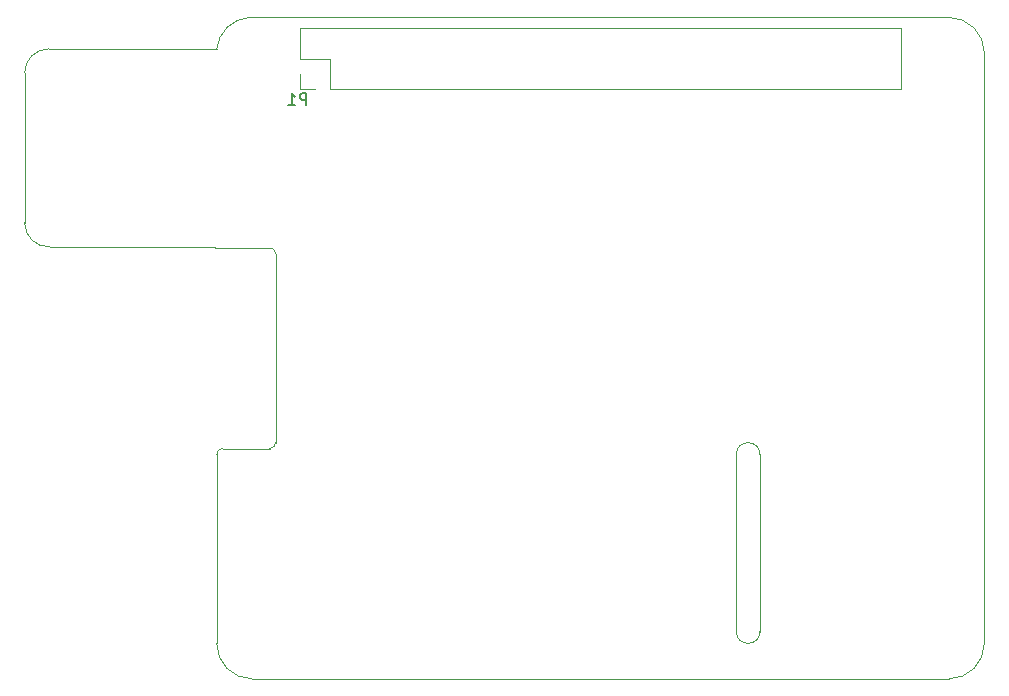
<source format=gbr>
%TF.GenerationSoftware,KiCad,Pcbnew,5.1.5+dfsg1-2build2*%
%TF.CreationDate,2021-09-07T02:56:07-04:00*%
%TF.ProjectId,rasp_heltec_lora_hat,72617370-5f68-4656-9c74-65635f6c6f72,rev?*%
%TF.SameCoordinates,PXbebc200PY8f0d180*%
%TF.FileFunction,Legend,Bot*%
%TF.FilePolarity,Positive*%
%FSLAX46Y46*%
G04 Gerber Fmt 4.6, Leading zero omitted, Abs format (unit mm)*
G04 Created by KiCad (PCBNEW 5.1.5+dfsg1-2build2) date 2021-09-07 02:56:07*
%MOMM*%
%LPD*%
G04 APERTURE LIST*
%TA.AperFunction,Profile*%
%ADD10C,0.100000*%
%TD*%
%ADD11C,0.120000*%
%ADD12C,0.150000*%
G04 APERTURE END LIST*
D10*
X-190000Y36578171D02*
X-40000Y36500000D01*
X-14130098Y36578171D02*
X-190000Y36578171D01*
X-14130098Y36578171D02*
G75*
G02X-16256000Y38608000I-93902J2029829D01*
G01*
X-16256000Y51308000D02*
G75*
G02X-14224000Y53340000I2032000J0D01*
G01*
X-40000Y36500000D02*
X500000Y36500000D01*
X-16256000Y51308000D02*
X-16256000Y38608000D01*
X0Y53340000D02*
X-14224000Y53340000D01*
X44000000Y4000000D02*
X44000000Y19000000D01*
X46000000Y19000000D02*
X46000000Y4000000D01*
X46000000Y19000000D02*
G75*
G03X44000000Y19000000I-1000000J0D01*
G01*
X44000000Y4000000D02*
G75*
G03X46000000Y4000000I1000000J0D01*
G01*
X499127Y19499999D02*
G75*
G03X0Y19000000I873J-499999D01*
G01*
X4500000Y19500000D02*
G75*
G03X5000000Y20000000I0J500000D01*
G01*
X5000000Y36000000D02*
G75*
G03X4500000Y36500000I-500000J0D01*
G01*
X65000000Y53000000D02*
G75*
G03X62000000Y56000000I-3000000J0D01*
G01*
X62000000Y0D02*
G75*
G03X65000000Y3000000I0J3000000D01*
G01*
X0Y3000000D02*
G75*
G03X3000000Y0I3000000J0D01*
G01*
X2794452Y56012200D02*
G75*
G03X0Y53340000I205548J-3012200D01*
G01*
X62000000Y56000000D02*
X2794452Y56012200D01*
X4500000Y19500000D02*
X500000Y19500000D01*
X5000000Y36000000D02*
X5000000Y20000000D01*
X500000Y36500000D02*
X4500000Y36500000D01*
X65000000Y3000000D02*
X65000000Y53000000D01*
X3000000Y0D02*
X62000000Y0D01*
X0Y19000000D02*
X0Y3000000D01*
D11*
%TO.C,P1*%
X7040000Y55100000D02*
X7040000Y52500000D01*
X7040000Y55100000D02*
X57960000Y55100000D01*
X57960000Y55100000D02*
X57960000Y49900000D01*
X9640000Y49900000D02*
X57960000Y49900000D01*
X9640000Y52500000D02*
X9640000Y49900000D01*
X7040000Y52500000D02*
X9640000Y52500000D01*
X7040000Y49900000D02*
X8370000Y49900000D01*
X7040000Y51230000D02*
X7040000Y49900000D01*
%TD*%
%TO.C,P1*%
D12*
X7596095Y48569620D02*
X7596095Y49569620D01*
X7215142Y49569620D01*
X7119904Y49522000D01*
X7072285Y49474381D01*
X7024666Y49379143D01*
X7024666Y49236286D01*
X7072285Y49141048D01*
X7119904Y49093429D01*
X7215142Y49045810D01*
X7596095Y49045810D01*
X6072285Y48569620D02*
X6643714Y48569620D01*
X6358000Y48569620D02*
X6358000Y49569620D01*
X6453238Y49426762D01*
X6548476Y49331524D01*
X6643714Y49283905D01*
%TD*%
M02*

</source>
